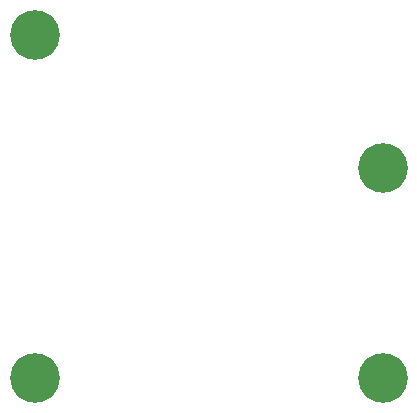
<source format=gbr>
G04 #@! TF.GenerationSoftware,KiCad,Pcbnew,(5.1.7)-1*
G04 #@! TF.CreationDate,2020-12-07T09:39:21+09:00*
G04 #@! TF.ProjectId,pisces_support_plate,70697363-6573-45f7-9375-70706f72745f,rev?*
G04 #@! TF.SameCoordinates,Original*
G04 #@! TF.FileFunction,Soldermask,Top*
G04 #@! TF.FilePolarity,Negative*
%FSLAX46Y46*%
G04 Gerber Fmt 4.6, Leading zero omitted, Abs format (unit mm)*
G04 Created by KiCad (PCBNEW (5.1.7)-1) date 2020-12-07 09:39:21*
%MOMM*%
%LPD*%
G01*
G04 APERTURE LIST*
%ADD10C,4.200000*%
G04 APERTURE END LIST*
D10*
X159639000Y-72644000D03*
X189103000Y-72644000D03*
X189103000Y-54864000D03*
X159639000Y-43561000D03*
M02*

</source>
